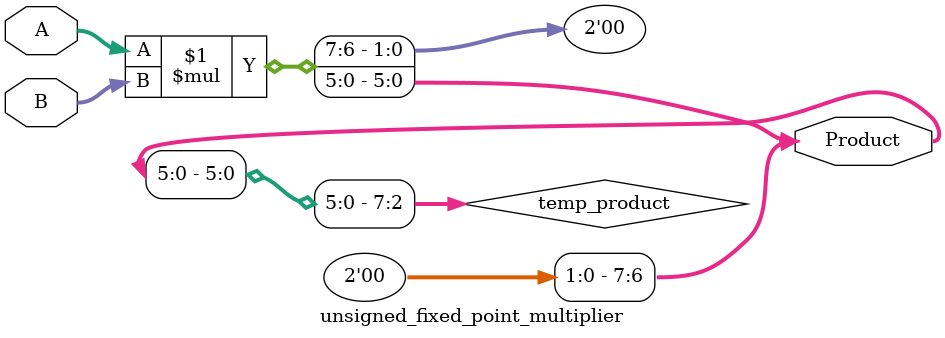
<source format=v>
module unsigned_fixed_point_multiplier(
    input  [3:0] A,                      // 4-bit unsigned fixed-point input A (XX.YY)
    input  [3:0] B,                      // 4-bit unsigned fixed-point input B (XX.YY)
    output  [7:0] Product                // 8-bit output Product
);
    wire [7:0] temp_product;            // 8-bit temporary product to capture the result

    assign Product = A * B;        // Perform multiplication
    assign Product = temp_product >> 2; // Adjust for fixed-point by shifting right by 2 bits

endmodule
</source>
